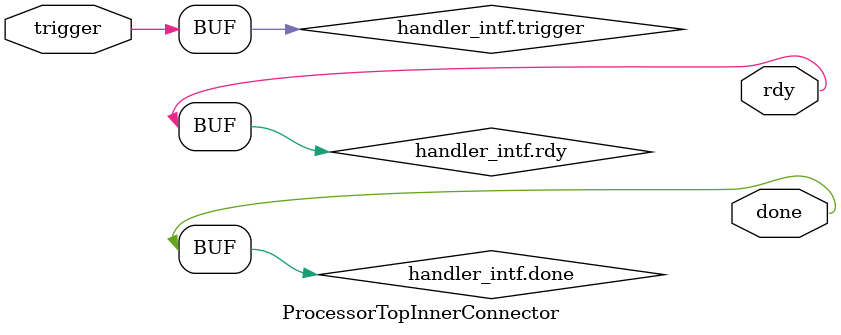
<source format=sv>
module ProcessorTopInnerConnector (
	input logic trigger,

	OpHandler_IF handler_intf,

	output logic done,
	output logic rdy
);

	assign handler_intf.trigger = trigger;
	assign done = handler_intf.done;
	assign rdy = handler_intf.rdy;

endmodule : ProcessorTopInnerConnector

</source>
